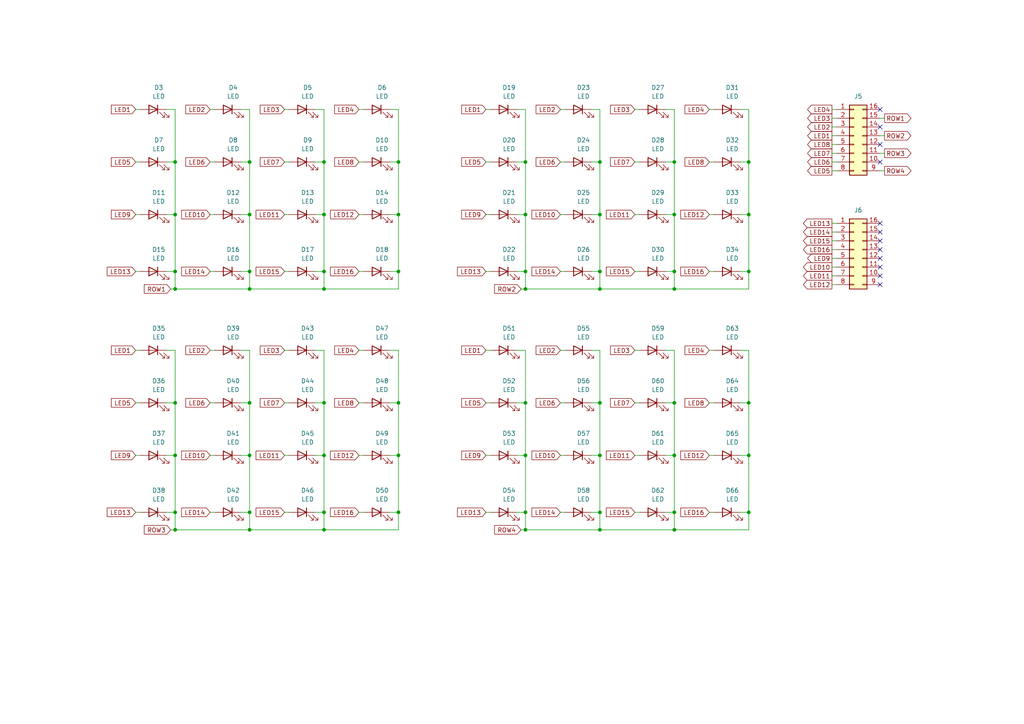
<source format=kicad_sch>
(kicad_sch (version 20230121) (generator eeschema)
  (paper "A4")
  (lib_symbols
    (symbol "Connector_Generic:Conn_02x08_Counter_Clockwise" (pin_names (offset 1.016) hide)
      (property "Reference" "J" (at 1.27 10.16 0))
      (property "Value" "Conn_02x08_Counter_Clockwise" (at 1.27 -12.7 0))
      (symbol "Conn_02x08_Counter_Clockwise_1_1"
        (rectangle (start -1.27 -10.033) (end 0 -10.287) (stroke (width 0.1524)))
        (rectangle (start -1.27 -7.493) (end 0 -7.747) (stroke (width 0.1524)))
        (rectangle (start -1.27 -4.953) (end 0 -5.207) (stroke (width 0.1524)))
        (rectangle (start -1.27 -2.413) (end 0 -2.667) (stroke (width 0.1524)))
        (rectangle (start -1.27 0.127) (end 0 -0.127) (stroke (width 0.1524)))
        (rectangle (start -1.27 2.667) (end 0 2.413) (stroke (width 0.1524)))
        (rectangle (start -1.27 5.207) (end 0 4.953) (stroke (width 0.1524)))
        (rectangle (start -1.27 7.747) (end 0 7.493) (stroke (width 0.1524)))
        (rectangle (start -1.27 8.89) (end 3.81 -11.43) (stroke (width 0.254)) (fill (type background)))
        (rectangle (start 3.81 -10.033) (end 2.54 -10.287) (stroke (width 0.1524)))
        (rectangle (start 3.81 -7.493) (end 2.54 -7.747) (stroke (width 0.1524)))
        (rectangle (start 3.81 -4.953) (end 2.54 -5.207) (stroke (width 0.1524)))
        (rectangle (start 3.81 -2.413) (end 2.54 -2.667) (stroke (width 0.1524)))
        (rectangle (start 3.81 0.127) (end 2.54 -0.127) (stroke (width 0.1524)))
        (rectangle (start 3.81 2.667) (end 2.54 2.413) (stroke (width 0.1524)))
        (rectangle (start 3.81 5.207) (end 2.54 4.953) (stroke (width 0.1524)))
        (rectangle (start 3.81 7.747) (end 2.54 7.493) (stroke (width 0.1524)))
        (pin passive line (at -5.08 7.62 0) (length 3.81) (name "Pin_1") (number "1"))
        (pin passive line (at 7.62 -7.62 180) (length 3.81) (name "Pin_10") (number "10"))
        (pin passive line (at 7.62 -5.08 180) (length 3.81) (name "Pin_11") (number "11"))
        (pin passive line (at 7.62 -2.54 180) (length 3.81) (name "Pin_12") (number "12"))
        (pin passive line (at 7.62 0 180) (length 3.81) (name "Pin_13") (number "13"))
        (pin passive line (at 7.62 2.54 180) (length 3.81) (name "Pin_14") (number "14"))
        (pin passive line (at 7.62 5.08 180) (length 3.81) (name "Pin_15") (number "15"))
        (pin passive line (at 7.62 7.62 180) (length 3.81) (name "Pin_16") (number "16"))
        (pin passive line (at -5.08 5.08 0) (length 3.81) (name "Pin_2") (number "2"))
        (pin passive line (at -5.08 2.54 0) (length 3.81) (name "Pin_3") (number "3"))
        (pin passive line (at -5.08 0 0) (length 3.81) (name "Pin_4") (number "4"))
        (pin passive line (at -5.08 -2.54 0) (length 3.81) (name "Pin_5") (number "5"))
        (pin passive line (at -5.08 -5.08 0) (length 3.81) (name "Pin_6") (number "6"))
        (pin passive line (at -5.08 -7.62 0) (length 3.81) (name "Pin_7") (number "7"))
        (pin passive line (at -5.08 -10.16 0) (length 3.81) (name "Pin_8") (number "8"))
        (pin passive line (at 7.62 -10.16 180) (length 3.81) (name "Pin_9") (number "9"))
      )
    )
    (symbol "Device:LED" (pin_numbers hide) (pin_names (offset 1.016) hide)
      (property "Reference" "D" (at 0 2.54 0))
      (property "Value" "LED" (at 0 -2.54 0))
      (symbol "LED_0_1"
        (polyline (pts (xy -1.27 -1.27) (xy -1.27 1.27)) (stroke (width 0.254)))
        (polyline (pts (xy -1.27 0) (xy 1.27 0)))
        (polyline (pts (xy 1.27 -1.27) (xy 1.27 1.27) (xy -1.27 0) (xy 1.27 -1.27)) (stroke (width 0.254)))
        (polyline (pts (xy -3.048 -0.762) (xy -4.572 -2.286) (xy -3.81 -2.286) (xy -4.572 -2.286) (xy -4.572 -1.524)))
        (polyline (pts (xy -1.778 -0.762) (xy -3.302 -2.286) (xy -2.54 -2.286) (xy -3.302 -2.286) (xy -3.302 -1.524)))
      )
      (symbol "LED_1_1"
        (pin passive line (at -3.81 0 0) (length 2.54) (name "K") (number "1"))
        (pin passive line (at 3.81 0 180) (length 2.54) (name "A") (number "2"))
      )
    )
  )
  (junction (at 93.98 78.74))
  (junction (at 173.99 153.67))
  (junction (at 152.4 62.23))
  (junction (at 152.4 132.08))
  (junction (at 50.8 132.08))
  (junction (at 115.57 62.23))
  (junction (at 195.58 78.74))
  (junction (at 173.99 132.08))
  (junction (at 115.57 132.08))
  (junction (at 152.4 153.67))
  (junction (at 93.98 153.67))
  (junction (at 50.8 83.82))
  (junction (at 50.8 62.23))
  (junction (at 72.39 62.23))
  (junction (at 217.17 46.99))
  (junction (at 72.39 132.08))
  (junction (at 72.39 148.59))
  (junction (at 217.17 148.59))
  (junction (at 152.4 116.84))
  (junction (at 195.58 116.84))
  (junction (at 195.58 83.82))
  (junction (at 115.57 148.59))
  (junction (at 217.17 116.84))
  (junction (at 115.57 46.99))
  (junction (at 173.99 148.59))
  (junction (at 195.58 153.67))
  (junction (at 152.4 148.59))
  (junction (at 50.8 78.74))
  (junction (at 72.39 116.84))
  (junction (at 195.58 132.08))
  (junction (at 93.98 116.84))
  (junction (at 72.39 153.67))
  (junction (at 72.39 83.82))
  (junction (at 173.99 116.84))
  (junction (at 152.4 78.74))
  (junction (at 93.98 132.08))
  (junction (at 93.98 62.23))
  (junction (at 173.99 62.23))
  (junction (at 72.39 78.74))
  (junction (at 50.8 116.84))
  (junction (at 217.17 62.23))
  (junction (at 195.58 148.59))
  (junction (at 115.57 116.84))
  (junction (at 173.99 83.82))
  (junction (at 217.17 132.08))
  (junction (at 152.4 46.99))
  (junction (at 93.98 148.59))
  (junction (at 50.8 153.67))
  (junction (at 195.58 46.99))
  (junction (at 195.58 62.23))
  (junction (at 152.4 83.82))
  (junction (at 93.98 83.82))
  (junction (at 217.17 78.74))
  (junction (at 173.99 78.74))
  (junction (at 93.98 46.99))
  (junction (at 173.99 46.99))
  (junction (at 115.57 78.74))
  (junction (at 50.8 148.59))
  (junction (at 50.8 46.99))
  (junction (at 72.39 46.99))
  (no_connect (at 255.27 72.39))
  (no_connect (at 255.27 64.77))
  (no_connect (at 255.27 82.55))
  (no_connect (at 255.27 74.93))
  (no_connect (at 255.27 31.75))
  (no_connect (at 255.27 46.99))
  (no_connect (at 255.27 80.01))
  (no_connect (at 255.27 67.31))
  (no_connect (at 255.27 69.85))
  (no_connect (at 255.27 41.91))
  (no_connect (at 255.27 36.83))
  (no_connect (at 255.27 77.47))
  (wire (pts (xy 173.99 31.75) (xy 173.99 46.99)))
  (wire (pts (xy 93.98 62.23) (xy 93.98 46.99)))
  (wire (pts (xy 50.8 62.23) (xy 50.8 78.74)))
  (wire (pts (xy 193.04 101.6) (xy 195.58 101.6)))
  (wire (pts (xy 163.83 31.75) (xy 162.56 31.75)))
  (wire (pts (xy 173.99 62.23) (xy 173.99 46.99)))
  (wire (pts (xy 113.03 31.75) (xy 115.57 31.75)))
  (wire (pts (xy 255.27 49.53) (xy 256.54 49.53)))
  (wire (pts (xy 50.8 132.08) (xy 48.26 132.08)))
  (wire (pts (xy 207.01 148.59) (xy 205.74 148.59)))
  (wire (pts (xy 173.99 153.67) (xy 173.99 148.59)))
  (wire (pts (xy 105.41 148.59) (xy 104.14 148.59)))
  (wire (pts (xy 40.64 31.75) (xy 39.37 31.75)))
  (wire (pts (xy 93.98 116.84) (xy 91.44 116.84)))
  (wire (pts (xy 163.83 116.84) (xy 162.56 116.84)))
  (wire (pts (xy 50.8 78.74) (xy 50.8 83.82)))
  (wire (pts (xy 255.27 44.45) (xy 256.54 44.45)))
  (wire (pts (xy 173.99 83.82) (xy 195.58 83.82)))
  (wire (pts (xy 149.86 101.6) (xy 152.4 101.6)))
  (wire (pts (xy 171.45 132.08) (xy 173.99 132.08)))
  (wire (pts (xy 69.85 31.75) (xy 72.39 31.75)))
  (wire (pts (xy 50.8 46.99) (xy 48.26 46.99)))
  (wire (pts (xy 195.58 153.67) (xy 195.58 148.59)))
  (wire (pts (xy 142.24 116.84) (xy 140.97 116.84)))
  (wire (pts (xy 217.17 116.84) (xy 217.17 132.08)))
  (wire (pts (xy 217.17 153.67) (xy 217.17 148.59)))
  (wire (pts (xy 62.23 101.6) (xy 60.96 101.6)))
  (wire (pts (xy 171.45 148.59) (xy 173.99 148.59)))
  (wire (pts (xy 62.23 132.08) (xy 60.96 132.08)))
  (wire (pts (xy 50.8 31.75) (xy 50.8 46.99)))
  (wire (pts (xy 255.27 34.29) (xy 256.54 34.29)))
  (wire (pts (xy 72.39 148.59) (xy 72.39 132.08)))
  (wire (pts (xy 50.8 132.08) (xy 50.8 148.59)))
  (wire (pts (xy 163.83 101.6) (xy 162.56 101.6)))
  (wire (pts (xy 62.23 31.75) (xy 60.96 31.75)))
  (wire (pts (xy 152.4 78.74) (xy 152.4 83.82)))
  (wire (pts (xy 173.99 78.74) (xy 173.99 62.23)))
  (wire (pts (xy 214.63 78.74) (xy 217.17 78.74)))
  (wire (pts (xy 217.17 78.74) (xy 217.17 62.23)))
  (wire (pts (xy 72.39 83.82) (xy 72.39 78.74)))
  (wire (pts (xy 152.4 148.59) (xy 149.86 148.59)))
  (wire (pts (xy 217.17 46.99) (xy 214.63 46.99)))
  (wire (pts (xy 72.39 153.67) (xy 72.39 148.59)))
  (wire (pts (xy 185.42 46.99) (xy 184.15 46.99)))
  (wire (pts (xy 40.64 62.23) (xy 39.37 62.23)))
  (wire (pts (xy 207.01 78.74) (xy 205.74 78.74)))
  (wire (pts (xy 173.99 132.08) (xy 173.99 116.84)))
  (wire (pts (xy 207.01 62.23) (xy 205.74 62.23)))
  (wire (pts (xy 83.82 101.6) (xy 82.55 101.6)))
  (wire (pts (xy 93.98 83.82) (xy 93.98 78.74)))
  (wire (pts (xy 83.82 78.74) (xy 82.55 78.74)))
  (wire (pts (xy 171.45 78.74) (xy 173.99 78.74)))
  (wire (pts (xy 62.23 46.99) (xy 60.96 46.99)))
  (wire (pts (xy 171.45 101.6) (xy 173.99 101.6)))
  (wire (pts (xy 241.3 39.37) (xy 242.57 39.37)))
  (wire (pts (xy 40.64 46.99) (xy 39.37 46.99)))
  (wire (pts (xy 72.39 132.08) (xy 72.39 116.84)))
  (wire (pts (xy 142.24 46.99) (xy 140.97 46.99)))
  (wire (pts (xy 217.17 31.75) (xy 217.17 46.99)))
  (wire (pts (xy 93.98 101.6) (xy 93.98 116.84)))
  (wire (pts (xy 115.57 78.74) (xy 115.57 62.23)))
  (wire (pts (xy 105.41 132.08) (xy 104.14 132.08)))
  (wire (pts (xy 115.57 116.84) (xy 115.57 132.08)))
  (wire (pts (xy 152.4 101.6) (xy 152.4 116.84)))
  (wire (pts (xy 214.63 101.6) (xy 217.17 101.6)))
  (wire (pts (xy 241.3 34.29) (xy 242.57 34.29)))
  (wire (pts (xy 113.03 148.59) (xy 115.57 148.59)))
  (wire (pts (xy 49.53 83.82) (xy 50.8 83.82)))
  (wire (pts (xy 173.99 46.99) (xy 171.45 46.99)))
  (wire (pts (xy 115.57 46.99) (xy 113.03 46.99)))
  (wire (pts (xy 93.98 148.59) (xy 93.98 132.08)))
  (wire (pts (xy 142.24 31.75) (xy 140.97 31.75)))
  (wire (pts (xy 72.39 153.67) (xy 93.98 153.67)))
  (wire (pts (xy 152.4 153.67) (xy 173.99 153.67)))
  (wire (pts (xy 152.4 46.99) (xy 149.86 46.99)))
  (wire (pts (xy 241.3 49.53) (xy 242.57 49.53)))
  (wire (pts (xy 195.58 83.82) (xy 195.58 78.74)))
  (wire (pts (xy 48.26 31.75) (xy 50.8 31.75)))
  (wire (pts (xy 173.99 83.82) (xy 173.99 78.74)))
  (wire (pts (xy 195.58 101.6) (xy 195.58 116.84)))
  (wire (pts (xy 83.82 116.84) (xy 82.55 116.84)))
  (wire (pts (xy 50.8 62.23) (xy 48.26 62.23)))
  (wire (pts (xy 50.8 148.59) (xy 48.26 148.59)))
  (wire (pts (xy 50.8 83.82) (xy 72.39 83.82)))
  (wire (pts (xy 83.82 46.99) (xy 82.55 46.99)))
  (wire (pts (xy 173.99 153.67) (xy 195.58 153.67)))
  (wire (pts (xy 91.44 78.74) (xy 93.98 78.74)))
  (wire (pts (xy 69.85 148.59) (xy 72.39 148.59)))
  (wire (pts (xy 152.4 62.23) (xy 149.86 62.23)))
  (wire (pts (xy 72.39 46.99) (xy 69.85 46.99)))
  (wire (pts (xy 115.57 101.6) (xy 115.57 116.84)))
  (wire (pts (xy 163.83 46.99) (xy 162.56 46.99)))
  (wire (pts (xy 185.42 148.59) (xy 184.15 148.59)))
  (wire (pts (xy 93.98 132.08) (xy 93.98 116.84)))
  (wire (pts (xy 217.17 101.6) (xy 217.17 116.84)))
  (wire (pts (xy 195.58 62.23) (xy 195.58 46.99)))
  (wire (pts (xy 50.8 78.74) (xy 48.26 78.74)))
  (wire (pts (xy 214.63 62.23) (xy 217.17 62.23)))
  (wire (pts (xy 185.42 31.75) (xy 184.15 31.75)))
  (wire (pts (xy 163.83 62.23) (xy 162.56 62.23)))
  (wire (pts (xy 217.17 83.82) (xy 217.17 78.74)))
  (wire (pts (xy 105.41 31.75) (xy 104.14 31.75)))
  (wire (pts (xy 105.41 46.99) (xy 104.14 46.99)))
  (wire (pts (xy 241.3 82.55) (xy 242.57 82.55)))
  (wire (pts (xy 72.39 116.84) (xy 69.85 116.84)))
  (wire (pts (xy 241.3 36.83) (xy 242.57 36.83)))
  (wire (pts (xy 91.44 132.08) (xy 93.98 132.08)))
  (wire (pts (xy 255.27 39.37) (xy 256.54 39.37)))
  (wire (pts (xy 193.04 62.23) (xy 195.58 62.23)))
  (wire (pts (xy 193.04 148.59) (xy 195.58 148.59)))
  (wire (pts (xy 171.45 62.23) (xy 173.99 62.23)))
  (wire (pts (xy 115.57 83.82) (xy 115.57 78.74)))
  (wire (pts (xy 214.63 132.08) (xy 217.17 132.08)))
  (wire (pts (xy 195.58 83.82) (xy 217.17 83.82)))
  (wire (pts (xy 62.23 116.84) (xy 60.96 116.84)))
  (wire (pts (xy 50.8 46.99) (xy 50.8 62.23)))
  (wire (pts (xy 217.17 148.59) (xy 217.17 132.08)))
  (wire (pts (xy 214.63 148.59) (xy 217.17 148.59)))
  (wire (pts (xy 152.4 148.59) (xy 152.4 153.67)))
  (wire (pts (xy 83.82 148.59) (xy 82.55 148.59)))
  (wire (pts (xy 115.57 153.67) (xy 115.57 148.59)))
  (wire (pts (xy 83.82 132.08) (xy 82.55 132.08)))
  (wire (pts (xy 241.3 69.85) (xy 242.57 69.85)))
  (wire (pts (xy 149.86 31.75) (xy 152.4 31.75)))
  (wire (pts (xy 72.39 83.82) (xy 93.98 83.82)))
  (wire (pts (xy 163.83 132.08) (xy 162.56 132.08)))
  (wire (pts (xy 93.98 31.75) (xy 93.98 46.99)))
  (wire (pts (xy 50.8 101.6) (xy 50.8 116.84)))
  (wire (pts (xy 152.4 62.23) (xy 152.4 78.74)))
  (wire (pts (xy 50.8 153.67) (xy 72.39 153.67)))
  (wire (pts (xy 185.42 62.23) (xy 184.15 62.23)))
  (wire (pts (xy 142.24 148.59) (xy 140.97 148.59)))
  (wire (pts (xy 142.24 62.23) (xy 140.97 62.23)))
  (wire (pts (xy 217.17 116.84) (xy 214.63 116.84)))
  (wire (pts (xy 48.26 101.6) (xy 50.8 101.6)))
  (wire (pts (xy 152.4 116.84) (xy 152.4 132.08)))
  (wire (pts (xy 152.4 116.84) (xy 149.86 116.84)))
  (wire (pts (xy 241.3 77.47) (xy 242.57 77.47)))
  (wire (pts (xy 105.41 101.6) (xy 104.14 101.6)))
  (wire (pts (xy 241.3 46.99) (xy 242.57 46.99)))
  (wire (pts (xy 72.39 31.75) (xy 72.39 46.99)))
  (wire (pts (xy 241.3 41.91) (xy 242.57 41.91)))
  (wire (pts (xy 185.42 116.84) (xy 184.15 116.84)))
  (wire (pts (xy 91.44 148.59) (xy 93.98 148.59)))
  (wire (pts (xy 241.3 64.77) (xy 242.57 64.77)))
  (wire (pts (xy 152.4 31.75) (xy 152.4 46.99)))
  (wire (pts (xy 142.24 78.74) (xy 140.97 78.74)))
  (wire (pts (xy 173.99 101.6) (xy 173.99 116.84)))
  (wire (pts (xy 69.85 78.74) (xy 72.39 78.74)))
  (wire (pts (xy 152.4 78.74) (xy 149.86 78.74)))
  (wire (pts (xy 207.01 132.08) (xy 205.74 132.08)))
  (wire (pts (xy 152.4 46.99) (xy 152.4 62.23)))
  (wire (pts (xy 105.41 62.23) (xy 104.14 62.23)))
  (wire (pts (xy 50.8 116.84) (xy 50.8 132.08)))
  (wire (pts (xy 113.03 78.74) (xy 115.57 78.74)))
  (wire (pts (xy 115.57 46.99) (xy 115.57 62.23)))
  (wire (pts (xy 142.24 132.08) (xy 140.97 132.08)))
  (wire (pts (xy 152.4 83.82) (xy 173.99 83.82)))
  (wire (pts (xy 83.82 62.23) (xy 82.55 62.23)))
  (wire (pts (xy 207.01 31.75) (xy 205.74 31.75)))
  (wire (pts (xy 93.98 78.74) (xy 93.98 62.23)))
  (wire (pts (xy 113.03 101.6) (xy 115.57 101.6)))
  (wire (pts (xy 72.39 62.23) (xy 72.39 46.99)))
  (wire (pts (xy 241.3 67.31) (xy 242.57 67.31)))
  (wire (pts (xy 72.39 78.74) (xy 72.39 62.23)))
  (wire (pts (xy 91.44 31.75) (xy 93.98 31.75)))
  (wire (pts (xy 185.42 132.08) (xy 184.15 132.08)))
  (wire (pts (xy 152.4 132.08) (xy 152.4 148.59)))
  (wire (pts (xy 195.58 153.67) (xy 217.17 153.67)))
  (wire (pts (xy 241.3 74.93) (xy 242.57 74.93)))
  (wire (pts (xy 62.23 148.59) (xy 60.96 148.59)))
  (wire (pts (xy 195.58 148.59) (xy 195.58 132.08)))
  (wire (pts (xy 40.64 101.6) (xy 39.37 101.6)))
  (wire (pts (xy 163.83 148.59) (xy 162.56 148.59)))
  (wire (pts (xy 40.64 132.08) (xy 39.37 132.08)))
  (wire (pts (xy 113.03 132.08) (xy 115.57 132.08)))
  (wire (pts (xy 207.01 46.99) (xy 205.74 46.99)))
  (wire (pts (xy 93.98 153.67) (xy 115.57 153.67)))
  (wire (pts (xy 214.63 31.75) (xy 217.17 31.75)))
  (wire (pts (xy 163.83 78.74) (xy 162.56 78.74)))
  (wire (pts (xy 207.01 101.6) (xy 205.74 101.6)))
  (wire (pts (xy 72.39 101.6) (xy 72.39 116.84)))
  (wire (pts (xy 105.41 78.74) (xy 104.14 78.74)))
  (wire (pts (xy 152.4 132.08) (xy 149.86 132.08)))
  (wire (pts (xy 69.85 101.6) (xy 72.39 101.6)))
  (wire (pts (xy 93.98 46.99) (xy 91.44 46.99)))
  (wire (pts (xy 193.04 132.08) (xy 195.58 132.08)))
  (wire (pts (xy 69.85 62.23) (xy 72.39 62.23)))
  (wire (pts (xy 173.99 116.84) (xy 171.45 116.84)))
  (wire (pts (xy 115.57 116.84) (xy 113.03 116.84)))
  (wire (pts (xy 142.24 101.6) (xy 140.97 101.6)))
  (wire (pts (xy 62.23 62.23) (xy 60.96 62.23)))
  (wire (pts (xy 93.98 83.82) (xy 115.57 83.82)))
  (wire (pts (xy 151.13 83.82) (xy 152.4 83.82)))
  (wire (pts (xy 91.44 101.6) (xy 93.98 101.6)))
  (wire (pts (xy 195.58 46.99) (xy 193.04 46.99)))
  (wire (pts (xy 171.45 31.75) (xy 173.99 31.75)))
  (wire (pts (xy 69.85 132.08) (xy 72.39 132.08)))
  (wire (pts (xy 207.01 116.84) (xy 205.74 116.84)))
  (wire (pts (xy 105.41 116.84) (xy 104.14 116.84)))
  (wire (pts (xy 40.64 116.84) (xy 39.37 116.84)))
  (wire (pts (xy 50.8 116.84) (xy 48.26 116.84)))
  (wire (pts (xy 185.42 78.74) (xy 184.15 78.74)))
  (wire (pts (xy 185.42 101.6) (xy 184.15 101.6)))
  (wire (pts (xy 62.23 78.74) (xy 60.96 78.74)))
  (wire (pts (xy 217.17 46.99) (xy 217.17 62.23)))
  (wire (pts (xy 195.58 78.74) (xy 195.58 62.23)))
  (wire (pts (xy 151.13 153.67) (xy 152.4 153.67)))
  (wire (pts (xy 40.64 148.59) (xy 39.37 148.59)))
  (wire (pts (xy 241.3 44.45) (xy 242.57 44.45)))
  (wire (pts (xy 83.82 31.75) (xy 82.55 31.75)))
  (wire (pts (xy 241.3 72.39) (xy 242.57 72.39)))
  (wire (pts (xy 173.99 148.59) (xy 173.99 132.08)))
  (wire (pts (xy 193.04 78.74) (xy 195.58 78.74)))
  (wire (pts (xy 195.58 31.75) (xy 195.58 46.99)))
  (wire (pts (xy 193.04 31.75) (xy 195.58 31.75)))
  (wire (pts (xy 115.57 148.59) (xy 115.57 132.08)))
  (wire (pts (xy 113.03 62.23) (xy 115.57 62.23)))
  (wire (pts (xy 195.58 116.84) (xy 193.04 116.84)))
  (wire (pts (xy 241.3 31.75) (xy 242.57 31.75)))
  (wire (pts (xy 93.98 153.67) (xy 93.98 148.59)))
  (wire (pts (xy 40.64 78.74) (xy 39.37 78.74)))
  (wire (pts (xy 91.44 62.23) (xy 93.98 62.23)))
  (wire (pts (xy 49.53 153.67) (xy 50.8 153.67)))
  (wire (pts (xy 50.8 148.59) (xy 50.8 153.67)))
  (wire (pts (xy 241.3 80.01) (xy 242.57 80.01)))
  (wire (pts (xy 195.58 132.08) (xy 195.58 116.84)))
  (wire (pts (xy 115.57 31.75) (xy 115.57 46.99)))
  (global_label "LED16" (shape input) (at 205.74 148.59 180) (property "Intersheetrefs" "${INTERSHEET_REFS}" (effects hide)))
  (global_label "LED5" (shape input) (at 39.37 116.84 180) (property "Intersheetrefs" "${INTERSHEET_REFS}" (effects hide)))
  (global_label "LED15" (shape input) (at 184.15 78.74 180) (property "Intersheetrefs" "${INTERSHEET_REFS}" (effects hide)))
  (global_label "ROW1" (shape output) (at 256.54 34.29 0) (property "Intersheetrefs" "${INTERSHEET_REFS}" (effects hide)))
  (global_label "LED12" (shape output) (at 241.3 82.55 180) (property "Intersheetrefs" "${INTERSHEET_REFS}" (effects hide)))
  (global_label "LED4" (shape input) (at 104.14 101.6 180) (property "Intersheetrefs" "${INTERSHEET_REFS}" (effects hide)))
  (global_label "LED13" (shape output) (at 241.3 64.77 180) (property "Intersheetrefs" "${INTERSHEET_REFS}" (effects hide)))
  (global_label "LED14" (shape input) (at 60.96 78.74 180) (property "Intersheetrefs" "${INTERSHEET_REFS}" (effects hide)))
  (global_label "LED8" (shape input) (at 205.74 46.99 180) (property "Intersheetrefs" "${INTERSHEET_REFS}" (effects hide)))
  (global_label "LED12" (shape input) (at 104.14 132.08 180) (property "Intersheetrefs" "${INTERSHEET_REFS}" (effects hide)))
  (global_label "LED12" (shape input) (at 205.74 132.08 180) (property "Intersheetrefs" "${INTERSHEET_REFS}" (effects hide)))
  (global_label "LED10" (shape input) (at 162.56 62.23 180) (property "Intersheetrefs" "${INTERSHEET_REFS}" (effects hide)))
  (global_label "LED8" (shape input) (at 104.14 46.99 180) (property "Intersheetrefs" "${INTERSHEET_REFS}" (effects hide)))
  (global_label "LED14" (shape output) (at 241.3 67.31 180) (property "Intersheetrefs" "${INTERSHEET_REFS}" (effects hide)))
  (global_label "LED5" (shape input) (at 140.97 116.84 180) (property "Intersheetrefs" "${INTERSHEET_REFS}" (effects hide)))
  (global_label "LED1" (shape input) (at 140.97 101.6 180) (property "Intersheetrefs" "${INTERSHEET_REFS}" (effects hide)))
  (global_label "LED12" (shape input) (at 205.74 62.23 180) (property "Intersheetrefs" "${INTERSHEET_REFS}" (effects hide)))
  (global_label "LED1" (shape input) (at 140.97 31.75 180) (property "Intersheetrefs" "${INTERSHEET_REFS}" (effects hide)))
  (global_label "LED2" (shape input) (at 60.96 31.75 180) (property "Intersheetrefs" "${INTERSHEET_REFS}" (effects hide)))
  (global_label "LED7" (shape input) (at 184.15 46.99 180) (property "Intersheetrefs" "${INTERSHEET_REFS}" (effects hide)))
  (global_label "LED3" (shape input) (at 82.55 31.75 180) (property "Intersheetrefs" "${INTERSHEET_REFS}" (effects hide)))
  (global_label "LED12" (shape input) (at 104.14 62.23 180) (property "Intersheetrefs" "${INTERSHEET_REFS}" (effects hide)))
  (global_label "LED10" (shape input) (at 60.96 62.23 180) (property "Intersheetrefs" "${INTERSHEET_REFS}" (effects hide)))
  (global_label "LED2" (shape output) (at 241.3 36.83 180) (property "Intersheetrefs" "${INTERSHEET_REFS}" (effects hide)))
  (global_label "ROW3" (shape output) (at 256.54 44.45 0) (property "Intersheetrefs" "${INTERSHEET_REFS}" (effects hide)))
  (global_label "LED4" (shape input) (at 205.74 31.75 180) (property "Intersheetrefs" "${INTERSHEET_REFS}" (effects hide)))
  (global_label "ROW2" (shape input) (at 151.13 83.82 180) (property "Intersheetrefs" "${INTERSHEET_REFS}" (effects hide)))
  (global_label "LED5" (shape input) (at 140.97 46.99 180) (property "Intersheetrefs" "${INTERSHEET_REFS}" (effects hide)))
  (global_label "LED14" (shape input) (at 162.56 78.74 180) (property "Intersheetrefs" "${INTERSHEET_REFS}" (effects hide)))
  (global_label "LED6" (shape input) (at 162.56 46.99 180) (property "Intersheetrefs" "${INTERSHEET_REFS}" (effects hide)))
  (global_label "LED1" (shape input) (at 39.37 101.6 180) (property "Intersheetrefs" "${INTERSHEET_REFS}" (effects hide)))
  (global_label "ROW4" (shape output) (at 256.54 49.53 0) (property "Intersheetrefs" "${INTERSHEET_REFS}" (effects hide)))
  (global_label "LED6" (shape input) (at 60.96 46.99 180) (property "Intersheetrefs" "${INTERSHEET_REFS}" (effects hide)))
  (global_label "LED4" (shape input) (at 205.74 101.6 180) (property "Intersheetrefs" "${INTERSHEET_REFS}" (effects hide)))
  (global_label "LED10" (shape input) (at 162.56 132.08 180) (property "Intersheetrefs" "${INTERSHEET_REFS}" (effects hide)))
  (global_label "LED5" (shape input) (at 39.37 46.99 180) (property "Intersheetrefs" "${INTERSHEET_REFS}" (effects hide)))
  (global_label "LED15" (shape input) (at 82.55 148.59 180) (property "Intersheetrefs" "${INTERSHEET_REFS}" (effects hide)))
  (global_label "LED14" (shape input) (at 60.96 148.59 180) (property "Intersheetrefs" "${INTERSHEET_REFS}" (effects hide)))
  (global_label "LED16" (shape output) (at 241.3 72.39 180) (property "Intersheetrefs" "${INTERSHEET_REFS}" (effects hide)))
  (global_label "LED5" (shape output) (at 241.3 49.53 180) (property "Intersheetrefs" "${INTERSHEET_REFS}" (effects hide)))
  (global_label "LED16" (shape input) (at 205.74 78.74 180) (property "Intersheetrefs" "${INTERSHEET_REFS}" (effects hide)))
  (global_label "LED3" (shape input) (at 184.15 31.75 180) (property "Intersheetrefs" "${INTERSHEET_REFS}" (effects hide)))
  (global_label "LED2" (shape input) (at 60.96 101.6 180) (property "Intersheetrefs" "${INTERSHEET_REFS}" (effects hide)))
  (global_label "LED3" (shape input) (at 184.15 101.6 180) (property "Intersheetrefs" "${INTERSHEET_REFS}" (effects hide)))
  (global_label "LED7" (shape output) (at 241.3 44.45 180) (property "Intersheetrefs" "${INTERSHEET_REFS}" (effects hide)))
  (global_label "LED10" (shape input) (at 60.96 132.08 180) (property "Intersheetrefs" "${INTERSHEET_REFS}" (effects hide)))
  (global_label "LED15" (shape output) (at 241.3 69.85 180) (property "Intersheetrefs" "${INTERSHEET_REFS}" (effects hide)))
  (global_label "LED6" (shape output) (at 241.3 46.99 180) (property "Intersheetrefs" "${INTERSHEET_REFS}" (effects hide)))
  (global_label "LED4" (shape input) (at 104.14 31.75 180) (property "Intersheetrefs" "${INTERSHEET_REFS}" (effects hide)))
  (global_label "LED6" (shape input) (at 162.56 116.84 180) (property "Intersheetrefs" "${INTERSHEET_REFS}" (effects hide)))
  (global_label "LED13" (shape input) (at 140.97 78.74 180) (property "Intersheetrefs" "${INTERSHEET_REFS}" (effects hide)))
  (global_label "LED13" (shape input) (at 140.97 148.59 180) (property "Intersheetrefs" "${INTERSHEET_REFS}" (effects hide)))
  (global_label "LED1" (shape input) (at 39.37 31.75 180) (property "Intersheetrefs" "${INTERSHEET_REFS}" (effects hide)))
  (global_label "LED11" (shape input) (at 184.15 132.08 180) (property "Intersheetrefs" "${INTERSHEET_REFS}" (effects hide)))
  (global_label "ROW2" (shape output) (at 256.54 39.37 0) (property "Intersheetrefs" "${INTERSHEET_REFS}" (effects hide)))
  (global_label "LED11" (shape input) (at 184.15 62.23 180) (property "Intersheetrefs" "${INTERSHEET_REFS}" (effects hide)))
  (global_label "LED15" (shape input) (at 82.55 78.74 180) (property "Intersheetrefs" "${INTERSHEET_REFS}" (effects hide)))
  (global_label "LED9" (shape input) (at 39.37 62.23 180) (property "Intersheetrefs" "${INTERSHEET_REFS}" (effects hide)))
  (global_label "LED16" (shape input) (at 104.14 78.74 180) (property "Intersheetrefs" "${INTERSHEET_REFS}" (effects hide)))
  (global_label "LED6" (shape input) (at 60.96 116.84 180) (property "Intersheetrefs" "${INTERSHEET_REFS}" (effects hide)))
  (global_label "LED1" (shape output) (at 241.3 39.37 180) (property "Intersheetrefs" "${INTERSHEET_REFS}" (effects hide)))
  (global_label "LED4" (shape output) (at 241.3 31.75 180) (property "Intersheetrefs" "${INTERSHEET_REFS}" (effects hide)))
  (global_label "LED8" (shape input) (at 104.14 116.84 180) (property "Intersheetrefs" "${INTERSHEET_REFS}" (effects hide)))
  (global_label "LED11" (shape input) (at 82.55 132.08 180) (property "Intersheetrefs" "${INTERSHEET_REFS}" (effects hide)))
  (global_label "LED7" (shape input) (at 184.15 116.84 180) (property "Intersheetrefs" "${INTERSHEET_REFS}" (effects hide)))
  (global_label "LED10" (shape output) (at 241.3 77.47 180) (property "Intersheetrefs" "${INTERSHEET_REFS}" (effects hide)))
  (global_label "LED7" (shape input) (at 82.55 116.84 180) (property "Intersheetrefs" "${INTERSHEET_REFS}" (effects hide)))
  (global_label "LED9" (shape output) (at 241.3 74.93 180) (property "Intersheetrefs" "${INTERSHEET_REFS}" (effects hide)))
  (global_label "ROW4" (shape input) (at 151.13 153.67 180) (property "Intersheetrefs" "${INTERSHEET_REFS}" (effects hide)))
  (global_label "ROW1" (shape input) (at 49.53 83.82 180) (property "Intersheetrefs" "${INTERSHEET_REFS}" (effects hide)))
  (global_label "LED9" (shape input) (at 140.97 62.23 180) (property "Intersheetrefs" "${INTERSHEET_REFS}" (effects hide)))
  (global_label "LED11" (shape output) (at 241.3 80.01 180) (property "Intersheetrefs" "${INTERSHEET_REFS}" (effects hide)))
  (global_label "LED13" (shape input) (at 39.37 148.59 180) (property "Intersheetrefs" "${INTERSHEET_REFS}" (effects hide)))
  (global_label "LED8" (shape input) (at 205.74 116.84 180) (property "Intersheetrefs" "${INTERSHEET_REFS}" (effects hide)))
  (global_label "LED14" (shape input) (at 162.56 148.59 180) (property "Intersheetrefs" "${INTERSHEET_REFS}" (effects hide)))
  (global_label "LED7" (shape input) (at 82.55 46.99 180) (property "Intersheetrefs" "${INTERSHEET_REFS}" (effects hide)))
  (global_label "LED3" (shape input) (at 82.55 101.6 180) (property "Intersheetrefs" "${INTERSHEET_REFS}" (effects hide)))
  (global_label "LED2" (shape input) (at 162.56 31.75 180) (property "Intersheetrefs" "${INTERSHEET_REFS}" (effects hide)))
  (global_label "LED13" (shape input) (at 39.37 78.74 180) (property "Intersheetrefs" "${INTERSHEET_REFS}" (effects hide)))
  (global_label "LED11" (shape input) (at 82.55 62.23 180) (property "Intersheetrefs" "${INTERSHEET_REFS}" (effects hide)))
  (global_label "LED16" (shape input) (at 104.14 148.59 180) (property "Intersheetrefs" "${INTERSHEET_REFS}" (effects hide)))
  (global_label "LED3" (shape output) (at 241.3 34.29 180) (property "Intersheetrefs" "${INTERSHEET_REFS}" (effects hide)))
  (global_label "LED8" (shape output) (at 241.3 41.91 180) (property "Intersheetrefs" "${INTERSHEET_REFS}" (effects hide)))
  (global_label "LED9" (shape input) (at 140.97 132.08 180) (property "Intersheetrefs" "${INTERSHEET_REFS}" (effects hide)))
  (global_label "ROW3" (shape input) (at 49.53 153.67 180) (property "Intersheetrefs" "${INTERSHEET_REFS}" (effects hide)))
  (global_label "LED9" (shape input) (at 39.37 132.08 180) (property "Intersheetrefs" "${INTERSHEET_REFS}" (effects hide)))
  (global_label "LED2" (shape input) (at 162.56 101.6 180) (property "Intersheetrefs" "${INTERSHEET_REFS}" (effects hide)))
  (global_label "LED15" (shape input) (at 184.15 148.59 180) (property "Intersheetrefs" "${INTERSHEET_REFS}" (effects hide)))
  (symbol (lib_id "Device:LED") (at 87.63 116.84 0) (mirror y) (unit 1)
    (property "Reference" "D44" (at 89.2175 110.49 0))
    (property "Value" "LED" (at 89.2175 113.03 0))
  )
  (symbol (lib_id "Device:LED") (at 210.82 101.6 0) (mirror y) (unit 1)
    (property "Reference" "D63" (at 212.4075 95.25 0))
    (property "Value" "LED" (at 212.4075 97.79 0))
  )
  (symbol (lib_id "Device:LED") (at 146.05 62.23 0) (mirror y) (unit 1)
    (property "Reference" "D21" (at 147.6375 55.88 0))
    (property "Value" "LED" (at 147.6375 58.42 0))
  )
  (symbol (lib_id "Device:LED") (at 167.64 46.99 0) (mirror y) (unit 1)
    (property "Reference" "D24" (at 169.2275 40.64 0))
    (property "Value" "LED" (at 169.2275 43.18 0))
  )
  (symbol (lib_id "Device:LED") (at 167.64 62.23 0) (mirror y) (unit 1)
    (property "Reference" "D25" (at 169.2275 55.88 0))
    (property "Value" "LED" (at 169.2275 58.42 0))
  )
  (symbol (lib_id "Device:LED") (at 66.04 101.6 0) (mirror y) (unit 1)
    (property "Reference" "D39" (at 67.6275 95.25 0))
    (property "Value" "LED" (at 67.6275 97.79 0))
  )
  (symbol (lib_id "Device:LED") (at 87.63 101.6 0) (mirror y) (unit 1)
    (property "Reference" "D43" (at 89.2175 95.25 0))
    (property "Value" "LED" (at 89.2175 97.79 0))
  )
  (symbol (lib_id "Device:LED") (at 146.05 78.74 0) (mirror y) (unit 1)
    (property "Reference" "D22" (at 147.6375 72.39 0))
    (property "Value" "LED" (at 147.6375 74.93 0))
  )
  (symbol (lib_id "Device:LED") (at 66.04 46.99 0) (mirror y) (unit 1)
    (property "Reference" "D8" (at 67.6275 40.64 0))
    (property "Value" "LED" (at 67.6275 43.18 0))
  )
  (symbol (lib_id "Device:LED") (at 109.22 46.99 0) (mirror y) (unit 1)
    (property "Reference" "D10" (at 110.8075 40.64 0))
    (property "Value" "LED" (at 110.8075 43.18 0))
  )
  (symbol (lib_id "Device:LED") (at 210.82 78.74 0) (mirror y) (unit 1)
    (property "Reference" "D34" (at 212.4075 72.39 0))
    (property "Value" "LED" (at 212.4075 74.93 0))
  )
  (symbol (lib_id "Device:LED") (at 87.63 62.23 0) (mirror y) (unit 1)
    (property "Reference" "D13" (at 89.2175 55.88 0))
    (property "Value" "LED" (at 89.2175 58.42 0))
  )
  (symbol (lib_id "Device:LED") (at 189.23 31.75 0) (mirror y) (unit 1)
    (property "Reference" "D27" (at 190.8175 25.4 0))
    (property "Value" "LED" (at 190.8175 27.94 0))
  )
  (symbol (lib_id "Device:LED") (at 44.45 31.75 0) (mirror y) (unit 1)
    (property "Reference" "D3" (at 46.0375 25.4 0))
    (property "Value" "LED" (at 46.0375 27.94 0))
  )
  (symbol (lib_id "Device:LED") (at 146.05 132.08 0) (mirror y) (unit 1)
    (property "Reference" "D53" (at 147.6375 125.73 0))
    (property "Value" "LED" (at 147.6375 128.27 0))
  )
  (symbol (lib_id "Connector_Generic:Conn_02x08_Counter_Clockwise") (at 247.65 39.37 0) (unit 1)
    (property "Reference" "J5" (at 248.92 27.94 0))
    (property "Value" "Conn_02x08_Counter_Clockwise" (effects hide))
  )
  (symbol (lib_id "Device:LED") (at 146.05 101.6 0) (mirror y) (unit 1)
    (property "Reference" "D51" (at 147.6375 95.25 0))
    (property "Value" "LED" (at 147.6375 97.79 0))
  )
  (symbol (lib_id "Device:LED") (at 44.45 78.74 0) (mirror y) (unit 1)
    (property "Reference" "D15" (at 46.0375 72.39 0))
    (property "Value" "LED" (at 46.0375 74.93 0))
  )
  (symbol (lib_id "Device:LED") (at 167.64 148.59 0) (mirror y) (unit 1)
    (property "Reference" "D58" (at 169.2275 142.24 0))
    (property "Value" "LED" (at 169.2275 144.78 0))
  )
  (symbol (lib_id "Device:LED") (at 66.04 116.84 0) (mirror y) (unit 1)
    (property "Reference" "D40" (at 67.6275 110.49 0))
    (property "Value" "LED" (at 67.6275 113.03 0))
  )
  (symbol (lib_id "Device:LED") (at 167.64 78.74 0) (mirror y) (unit 1)
    (property "Reference" "D26" (at 169.2275 72.39 0))
    (property "Value" "LED" (at 169.2275 74.93 0))
  )
  (symbol (lib_id "Device:LED") (at 146.05 46.99 0) (mirror y) (unit 1)
    (property "Reference" "D20" (at 147.6375 40.64 0))
    (property "Value" "LED" (at 147.6375 43.18 0))
  )
  (symbol (lib_id "Device:LED") (at 109.22 132.08 0) (mirror y) (unit 1)
    (property "Reference" "D49" (at 110.8075 125.73 0))
    (property "Value" "LED" (at 110.8075 128.27 0))
  )
  (symbol (lib_id "Device:LED") (at 109.22 148.59 0) (mirror y) (unit 1)
    (property "Reference" "D50" (at 110.8075 142.24 0))
    (property "Value" "LED" (at 110.8075 144.78 0))
  )
  (symbol (lib_id "Device:LED") (at 167.64 31.75 0) (mirror y) (unit 1)
    (property "Reference" "D23" (at 169.2275 25.4 0))
    (property "Value" "LED" (at 169.2275 27.94 0))
  )
  (symbol (lib_id "Device:LED") (at 44.45 62.23 0) (mirror y) (unit 1)
    (property "Reference" "D11" (at 46.0375 55.88 0))
    (property "Value" "LED" (at 46.0375 58.42 0))
  )
  (symbol (lib_id "Device:LED") (at 87.63 78.74 0) (mirror y) (unit 1)
    (property "Reference" "D17" (at 89.2175 72.39 0))
    (property "Value" "LED" (at 89.2175 74.93 0))
  )
  (symbol (lib_id "Device:LED") (at 66.04 148.59 0) (mirror y) (unit 1)
    (property "Reference" "D42" (at 67.6275 142.24 0))
    (property "Value" "LED" (at 67.6275 144.78 0))
  )
  (symbol (lib_id "Device:LED") (at 189.23 62.23 0) (mirror y) (unit 1)
    (property "Reference" "D29" (at 190.8175 55.88 0))
    (property "Value" "LED" (at 190.8175 58.42 0))
  )
  (symbol (lib_id "Device:LED") (at 109.22 31.75 0) (mirror y) (unit 1)
    (property "Reference" "D6" (at 110.8075 25.4 0))
    (property "Value" "LED" (at 110.8075 27.94 0))
  )
  (symbol (lib_id "Device:LED") (at 189.23 132.08 0) (mirror y) (unit 1)
    (property "Reference" "D61" (at 190.8175 125.73 0))
    (property "Value" "LED" (at 190.8175 128.27 0))
  )
  (symbol (lib_id "Device:LED") (at 109.22 101.6 0) (mirror y) (unit 1)
    (property "Reference" "D47" (at 110.8075 95.25 0))
    (property "Value" "LED" (at 110.8075 97.79 0))
  )
  (symbol (lib_id "Connector_Generic:Conn_02x08_Counter_Clockwise") (at 247.65 72.39 0) (unit 1)
    (property "Reference" "J6" (at 248.92 60.96 0))
    (property "Value" "Conn_02x08_Counter_Clockwise" (effects hide))
  )
  (symbol (lib_id "Device:LED") (at 167.64 132.08 0) (mirror y) (unit 1)
    (property "Reference" "D57" (at 169.2275 125.73 0))
    (property "Value" "LED" (at 169.2275 128.27 0))
  )
  (symbol (lib_id "Device:LED") (at 210.82 46.99 0) (mirror y) (unit 1)
    (property "Reference" "D32" (at 212.4075 40.64 0))
    (property "Value" "LED" (at 212.4075 43.18 0))
  )
  (symbol (lib_id "Device:LED") (at 189.23 148.59 0) (mirror y) (unit 1)
    (property "Reference" "D62" (at 190.8175 142.24 0))
    (property "Value" "LED" (at 190.8175 144.78 0))
  )
  (symbol (lib_id "Device:LED") (at 66.04 31.75 0) (mirror y) (unit 1)
    (property "Reference" "D4" (at 67.6275 25.4 0))
    (property "Value" "LED" (at 67.6275 27.94 0))
  )
  (symbol (lib_id "Device:LED") (at 210.82 116.84 0) (mirror y) (unit 1)
    (property "Reference" "D64" (at 212.4075 110.49 0))
    (property "Value" "LED" (at 212.4075 113.03 0))
  )
  (symbol (lib_id "Device:LED") (at 109.22 116.84 0) (mirror y) (unit 1)
    (property "Reference" "D48" (at 110.8075 110.49 0))
    (property "Value" "LED" (at 110.8075 113.03 0))
  )
  (symbol (lib_id "Device:LED") (at 146.05 31.75 0) (mirror y) (unit 1)
    (property "Reference" "D19" (at 147.6375 25.4 0))
    (property "Value" "LED" (at 147.6375 27.94 0))
  )
  (symbol (lib_id "Device:LED") (at 210.82 31.75 0) (mirror y) (unit 1)
    (property "Reference" "D31" (at 212.4075 25.4 0))
    (property "Value" "LED" (at 212.4075 27.94 0))
  )
  (symbol (lib_id "Device:LED") (at 189.23 46.99 0) (mirror y) (unit 1)
    (property "Reference" "D28" (at 190.8175 40.64 0))
    (property "Value" "LED" (at 190.8175 43.18 0))
  )
  (symbol (lib_id "Device:LED") (at 44.45 148.59 0) (mirror y) (unit 1)
    (property "Reference" "D38" (at 46.0375 142.24 0))
    (property "Value" "LED" (at 46.0375 144.78 0))
  )
  (symbol (lib_id "Device:LED") (at 210.82 62.23 0) (mirror y) (unit 1)
    (property "Reference" "D33" (at 212.4075 55.88 0))
    (property "Value" "LED" (at 212.4075 58.42 0))
  )
  (symbol (lib_id "Device:LED") (at 44.45 101.6 0) (mirror y) (unit 1)
    (property "Reference" "D35" (at 46.0375 95.25 0))
    (property "Value" "LED" (at 46.0375 97.79 0))
  )
  (symbol (lib_id "Device:LED") (at 109.22 78.74 0) (mirror y) (unit 1)
    (property "Reference" "D18" (at 110.8075 72.39 0))
    (property "Value" "LED" (at 110.8075 74.93 0))
  )
  (symbol (lib_id "Device:LED") (at 44.45 46.99 0) (mirror y) (unit 1)
    (property "Reference" "D7" (at 46.0375 40.64 0))
    (property "Value" "LED" (at 46.0375 43.18 0))
  )
  (symbol (lib_id "Device:LED") (at 87.63 46.99 0) (mirror y) (unit 1)
    (property "Reference" "D9" (at 89.2175 40.64 0))
    (property "Value" "LED" (at 89.2175 43.18 0))
  )
  (symbol (lib_id "Device:LED") (at 210.82 132.08 0) (mirror y) (unit 1)
    (property "Reference" "D65" (at 212.4075 125.73 0))
    (property "Value" "LED" (at 212.4075 128.27 0))
  )
  (symbol (lib_id "Device:LED") (at 189.23 101.6 0) (mirror y) (unit 1)
    (property "Reference" "D59" (at 190.8175 95.25 0))
    (property "Value" "LED" (at 190.8175 97.79 0))
  )
  (symbol (lib_id "Device:LED") (at 87.63 31.75 0) (mirror y) (unit 1)
    (property "Reference" "D5" (at 89.2175 25.4 0))
    (property "Value" "LED" (at 89.2175 27.94 0))
  )
  (symbol (lib_id "Device:LED") (at 109.22 62.23 0) (mirror y) (unit 1)
    (property "Reference" "D14" (at 110.8075 55.88 0))
    (property "Value" "LED" (at 110.8075 58.42 0))
  )
  (symbol (lib_id "Device:LED") (at 66.04 132.08 0) (mirror y) (unit 1)
    (property "Reference" "D41" (at 67.6275 125.73 0))
    (property "Value" "LED" (at 67.6275 128.27 0))
  )
  (symbol (lib_id "Device:LED") (at 44.45 132.08 0) (mirror y) (unit 1)
    (property "Reference" "D37" (at 46.0375 125.73 0))
    (property "Value" "LED" (at 46.0375 128.27 0))
  )
  (symbol (lib_id "Device:LED") (at 87.63 132.08 0) (mirror y) (unit 1)
    (property "Reference" "D45" (at 89.2175 125.73 0))
    (property "Value" "LED" (at 89.2175 128.27 0))
  )
  (symbol (lib_id "Device:LED") (at 146.05 116.84 0) (mirror y) (unit 1)
    (property "Reference" "D52" (at 147.6375 110.49 0))
    (property "Value" "LED" (at 147.6375 113.03 0))
  )
  (symbol (lib_id "Device:LED") (at 146.05 148.59 0) (mirror y) (unit 1)
    (property "Reference" "D54" (at 147.6375 142.24 0))
    (property "Value" "LED" (at 147.6375 144.78 0))
  )
  (symbol (lib_id "Device:LED") (at 66.04 78.74 0) (mirror y) (unit 1)
    (property "Reference" "D16" (at 67.6275 72.39 0))
    (property "Value" "LED" (at 67.6275 74.93 0))
  )
  (symbol (lib_id "Device:LED") (at 87.63 148.59 0) (mirror y) (unit 1)
    (property "Reference" "D46" (at 89.2175 142.24 0))
    (property "Value" "LED" (at 89.2175 144.78 0))
  )
  (symbol (lib_id "Device:LED") (at 167.64 101.6 0) (mirror y) (unit 1)
    (property "Reference" "D55" (at 169.2275 95.25 0))
    (property "Value" "LED" (at 169.2275 97.79 0))
  )
  (symbol (lib_id "Device:LED") (at 210.82 148.59 0) (mirror y) (unit 1)
    (property "Reference" "D66" (at 212.4075 142.24 0))
    (property "Value" "LED" (at 212.4075 144.78 0))
  )
  (symbol (lib_id "Device:LED") (at 44.45 116.84 0) (mirror y) (unit 1)
    (property "Reference" "D36" (at 46.0375 110.49 0))
    (property "Value" "LED" (at 46.0375 113.03 0))
  )
  (symbol (lib_id "Device:LED") (at 189.23 78.74 0) (mirror y) (unit 1)
    (property "Reference" "D30" (at 190.8175 72.39 0))
    (property "Value" "LED" (at 190.8175 74.93 0))
  )
  (symbol (lib_id "Device:LED") (at 167.64 116.84 0) (mirror y) (unit 1)
    (property "Reference" "D56" (at 169.2275 110.49 0))
    (property "Value" "LED" (at 169.2275 113.03 0))
  )
  (symbol (lib_id "Device:LED") (at 189.23 116.84 0) (mirror y) (unit 1)
    (property "Reference" "D60" (at 190.8175 110.49 0))
    (property "Value" "LED" (at 190.8175 113.03 0))
  )
  (symbol (lib_id "Device:LED") (at 66.04 62.23 0) (mirror y) (unit 1)
    (property "Reference" "D12" (at 67.6275 55.88 0))
    (property "Value" "LED" (at 67.6275 58.42 0))
  )
)
</source>
